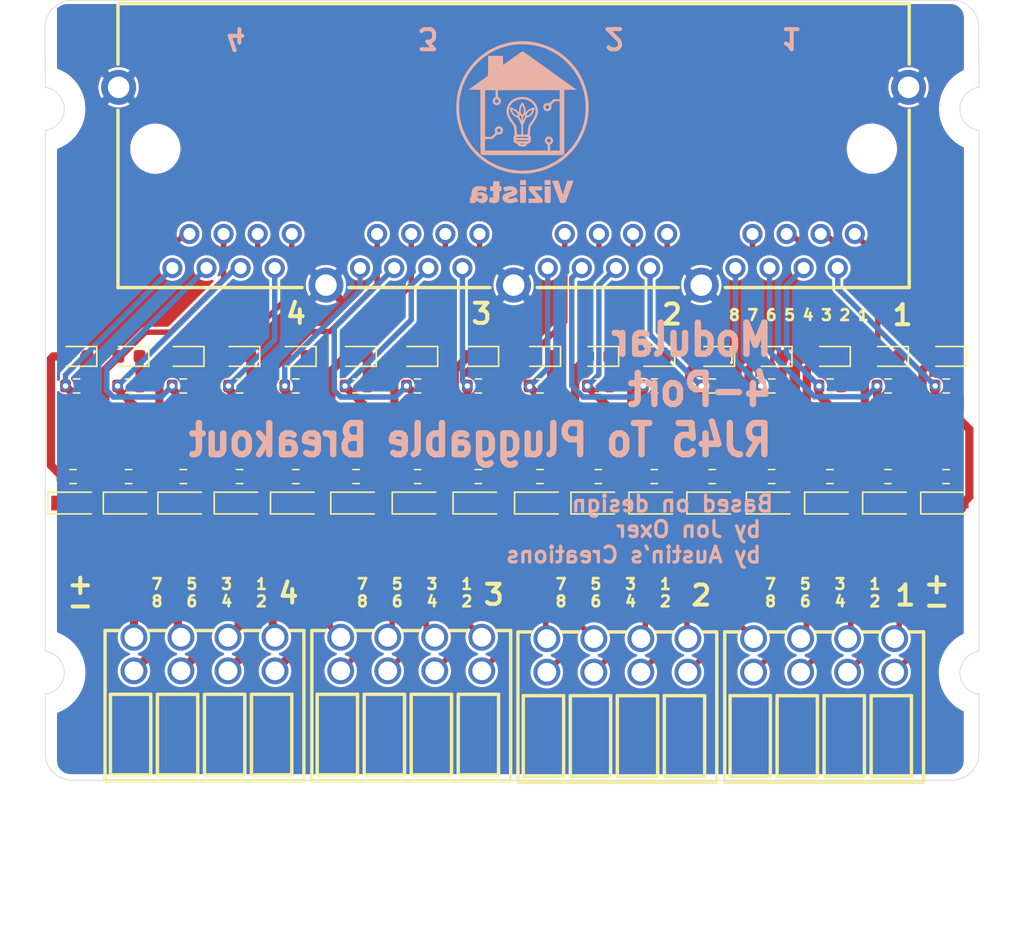
<source format=kicad_pcb>
(kicad_pcb (version 20211014) (generator pcbnew)
  (title_block (title "Modular 4-Port I2CRJ45 Relay Driver Breakout") (rev "2"))
  (layers (0 "F.Cu" signal) (31 "B.Cu" signal) (34 "B.Paste" user) (35 "F.Paste" user) (36 "B.SilkS" user "B.Silkscreen") (37 "F.SilkS" user "F.Silkscreen") (38 "B.Mask" user) (39 "F.Mask" user) (44 "Edge.Cuts" user))
  (net 0 "")
  (net 1 "IN5-")
  (net 2 "IN6-")
  (net 3 "IN7-")
  (net 4 "IN8-")
  (net 5 "IN9-")
  (net 6 "IN10-")
  (net 7 "RC2-")
  (net 8 "RC3-")
  (net 9 "RC4-")
  (net 10 "IN11-")
  (net 11 "IN12-")
  (net 12 "IN1+")
  (net 13 "IN2+")
  (net 14 "IN3+")
  (net 15 "IN4+")
  (net 16 "IN5+")
  (net 17 "IN6+")
  (net 18 "IN7+")
  (net 19 "IN8+")
  (net 20 "IN9+")
  (net 21 "IN10+")
  (net 22 "IN11+")
  (net 23 "IN12+")
  (net 24 "Net-(LED51-Pad1)")
  (net 25 "Net-(LED52-Pad1)")
  (net 26 "Net-(LED53-Pad1)")
  (net 27 "Net-(LED54-Pad1)")
  (net 28 "Net-(LED55-Pad1)")
  (net 29 "Net-(LED56-Pad1)")
  (net 30 "Net-(LED57-Pad1)")
  (net 31 "Net-(LED58-Pad1)")
  (net 32 "IN13+")
  (net 33 "IN14+")
  (net 34 "IN15+")
  (net 35 "IN16+")
  (net 36 "RC1-")
  (net 37 "IN4-")
  (net 38 "IN3-")
  (net 39 "IN2-")
  (net 40 "IN1-")
  (net 41 "RC16-")
  (net 42 "IN16-")
  (net 43 "RC15-")
  (net 44 "IN15-")
  (net 45 "RC14-")
  (net 46 "IN14-")
  (net 47 "RC13-")
  (net 48 "Net-(LED59-Pad1)")
  (net 49 "Net-(LED60-Pad1)")
  (net 50 "Net-(LED61-Pad1)")
  (net 51 "Net-(LED62-Pad1)")
  (net 52 "Net-(LED63-Pad1)")
  (net 53 "Net-(LED64-Pad1)")
  (net 54 "Net-(LED65-Pad1)")
  (net 55 "Net-(LED66-Pad1)")
  (net 56 "IN13-")
  (net 57 "RC12-")
  (net 58 "RC11-")
  (net 59 "RC10-")
  (net 60 "RC9-")
  (net 61 "RC8-")
  (net 62 "RC7-")
  (net 63 "RC6-")
  (net 64 "RC5-")
  (net 65 "GNDPWR")
  (footprint "LED_SMD:LED_0603_1608Metric" (layer "F.Cu") (at 138.049 88.519 180)
    (fp_text reference "LED56" hide)
    (fp_text value "CH6/RED" hide)
  )
  (footprint "Resistor_SMD:R_0603_1608Metric" (layer "F.Cu") (at 151.718 97.4684)
    (fp_text reference "TH59" hide)
    (fp_text value "Fuse_PTC" hide)
  )
  (footprint "VizistaHA:CONN-TH_4P-P3.50_JILN_JL15EDGRHC-35004B02" (layer "F.Cu") (at 126.746 110.6873)
    (fp_text reference "J11" hide)
    (fp_text value "Screw_Terminal_01x08" hide)
  )
  (footprint "Diode_SMD:D_MicroSMP" (layer "F.Cu") (at 142.86215 99.441)
    (fp_text reference "D57" hide)
    (fp_text value "1N4004 SMB" hide)
  )
  (footprint "VizistaHA:CONN-TH_4P-P3.50_JILN_JL15EDGRHC-35004B02" (layer "F.Cu") (at 142.1384 110.6873)
    (fp_text reference "J12" hide)
    (fp_text value "Screw_Terminal_01x08" hide)
  )
  (footprint "Diode_SMD:D_MicroSMP" (layer "F.Cu") (at 160.487 99.441)
    (fp_text reference "D61" hide)
    (fp_text value "1N4004 SMB" hide)
  )
  (footprint "LED_SMD:LED_0603_1608Metric" (layer "F.Cu") (at 181.9798 88.519 180)
    (fp_text reference "LED66" hide)
    (fp_text value "CH8/RED" hide)
  )
  (footprint "Diode_SMD:D_MicroSMP" (layer "F.Cu") (at 169.2193 99.441)
    (fp_text reference "D63" hide)
    (fp_text value "1N4004 SMB" hide)
  )
  (footprint "LED_SMD:LED_0603_1608Metric" (layer "F.Cu") (at 156.0943 88.519 180)
    (fp_text reference "LED60" hide)
    (fp_text value "CH6/RED" hide)
  )
  (footprint "Resistor_SMD:R_0603_1608Metric" (layer "F.Cu") (at 147.1385 90.7217)
    (fp_text reference "R58" hide)
    (fp_text value "10K" hide)
  )
  (footprint "Resistor_SMD:R_0603_1608Metric" (layer "F.Cu") (at 129.3585 97.4684)
    (fp_text reference "TH54" hide)
    (fp_text value "Fuse_PTC" hide)
  )
  (footprint "LED_SMD:LED_0603_1608Metric" (layer "F.Cu") (at 133.5695 88.519 180)
    (fp_text reference "LED55" hide)
    (fp_text value "CH5/RED" hide)
  )
  (footprint "Resistor_SMD:R_0603_1608Metric" (layer "F.Cu") (at 160.2345 97.4684)
    (fp_text reference "TH61" hide)
    (fp_text value "Fuse_PTC" hide)
  )
  (footprint "LED_SMD:LED_0603_1608Metric" (layer "F.Cu") (at 147.1585 88.519 180)
    (fp_text reference "LED58" hide)
    (fp_text value "CH8/RED" hide)
  )
  (footprint "Resistor_SMD:R_0603_1608Metric" (layer "F.Cu") (at 160.242 90.7217)
    (fp_text reference "R61" hide)
    (fp_text value "10K" hide)
  )
  (footprint "LED_SMD:LED_0603_1608Metric" (layer "F.Cu") (at 168.9943 88.519 180)
    (fp_text reference "LED63" hide)
    (fp_text value "CH5/RED" hide)
  )
  (footprint "LED_SMD:LED_0603_1608Metric" (layer "F.Cu") (at 177.6535 88.519 180)
    (fp_text reference "LED65" hide)
    (fp_text value "CH7/RED" hide)
  )
  (footprint "Diode_SMD:D_MicroSMP" (layer "F.Cu") (at 173.5605 99.441)
    (fp_text reference "D64" hide)
    (fp_text value "1N4004 SMB" hide)
  )
  (footprint "Resistor_SMD:R_0603_1608Metric" (layer "F.Cu") (at 156.0743 90.7217)
    (fp_text reference "R60" hide)
    (fp_text value "10K" hide)
  )
  (footprint "LED_SMD:LED_0603_1608Metric" (layer "F.Cu") (at 142.621 88.519 180)
    (fp_text reference "LED57" hide)
    (fp_text value "CH7/RED" hide)
  )
  (footprint "Diode_SMD:D_MicroSMP" (layer "F.Cu") (at 125.42 99.441)
    (fp_text reference "D53" hide)
    (fp_text value "1N4004 SMB" hide)
  )
  (footprint "Resistor_SMD:R_0603_1608Metric" (layer "F.Cu") (at 156.0668 97.4684)
    (fp_text reference "TH60" hide)
    (fp_text value "Fuse_PTC" hide)
  )
  (footprint "Resistor_SMD:R_0603_1608Metric" (layer "F.Cu") (at 125.1675 90.7217)
    (fp_text reference "R53" hide)
    (fp_text value "10K" hide)
  )
  (footprint "Resistor_SMD:R_0603_1608Metric" (layer "F.Cu") (at 138.0355 97.4684)
    (fp_text reference "TH56" hide)
    (fp_text value "Fuse_PTC" hide)
  )
  (footprint "LED_SMD:LED_0603_1608Metric" (layer "F.Cu") (at 125.222 88.519 180)
    (fp_text reference "LED53" hide)
    (fp_text value "CH3/RED" hide)
  )
  (footprint "Resistor_SMD:R_0603_1608Metric" (layer "F.Cu") (at 117.2264 90.7217)
    (fp_text reference "R51" hide)
    (fp_text value "10K" hide)
  )
  (footprint "Resistor_SMD:R_0603_1608Metric" (layer "F.Cu") (at 125.1675 97.4684)
    (fp_text reference "TH53" hide)
    (fp_text value "Fuse_PTC" hide)
  )
  (footprint "LED_SMD:LED_0603_1608Metric" (layer "F.Cu") (at 160.262 88.519 180)
    (fp_text reference "LED61" hide)
    (fp_text value "CH7/RED" hide)
  )
  (footprint "LED_SMD:LED_0603_1608Metric" (layer "F.Cu") (at 173.3355 88.519 180)
    (fp_text reference "LED64" hide)
    (fp_text value "CH6/RED" hide)
  )
  (footprint "Resistor_SMD:R_0603_1608Metric" (layer "F.Cu") (at 129.3585 90.7217)
    (fp_text reference "R54" hide)
    (fp_text value "10K" hide)
  )
  (footprint "Resistor_SMD:R_0603_1608Metric" (layer "F.Cu") (at 142.60965 97.4684)
    (fp_text reference "TH57" hide)
    (fp_text value "Fuse_PTC" hide)
  )
  (footprint "Diode_SMD:D_MicroSMP" (layer "F.Cu") (at 133.802 99.441)
    (fp_text reference "D55" hide)
    (fp_text value "1N4004 SMB" hide)
  )
  (footprint "LED_SMD:LED_0603_1608Metric" (layer "F.Cu") (at 121.1235 88.519 180)
    (fp_text reference "LED52" hide)
    (fp_text value "CH2/RED" hide)
  )
  (footprint "Resistor_SMD:R_0603_1608Metric" (layer "F.Cu") (at 177.6335 90.7217)
    (fp_text reference "R65" hide)
    (fp_text value "10K" hide)
  )
  (footprint "Resistor_SMD:R_0603_1608Metric" (layer "F.Cu") (at 181.9523 97.4684)
    (fp_text reference "TH66" hide)
    (fp_text value "Fuse_PTC" hide)
  )
  (footprint "Resistor_SMD:R_0603_1608Metric" (layer "F.Cu") (at 133.5495 97.4684)
    (fp_text reference "TH55" hide)
    (fp_text value "Fuse_PTC" hide)
  )
  (footprint "Resistor_SMD:R_0603_1608Metric" (layer "F.Cu") (at 147.1385 97.4684)
    (fp_text reference "TH58" hide)
    (fp_text value "Fuse_PTC" hide)
  )
  (footprint "Resistor_SMD:R_0603_1608Metric" (layer "F.Cu") (at 138.0355 90.7217)
    (fp_text reference "R56" hide)
    (fp_text value "10K" hide)
  )
  (footprint "LED_SMD:LED_0603_1608Metric" (layer "F.Cu") (at 151.765 88.519 180)
    (fp_text reference "LED59" hide)
    (fp_text value "CH5/RED" hide)
  )
  (footprint "LED_SMD:LED_0603_1608Metric" (layer "F.Cu") (at 117.2464 88.519 180)
    (fp_text reference "LED51" hide)
    (fp_text value "CH1/RED" hide)
  )
  (footprint "Resistor_SMD:R_0603_1608Metric" (layer "F.Cu") (at 164.545 97.4684)
    (fp_text reference "TH62" hide)
    (fp_text value "Fuse_PTC" hide)
  )
  (footprint "Resistor_SMD:R_0603_1608Metric" (layer "F.Cu") (at 168.9668 97.4684)
    (fp_text reference "TH63" hide)
    (fp_text value "Fuse_PTC" hide)
  )
  (footprint "Resistor_SMD:R_0603_1608Metric" (layer "F.Cu") (at 173.3155 90.7217)
    (fp_text reference "R64" hide)
    (fp_text value "10K" hide)
  )
  (footprint "Diode_SMD:D_MicroSMP" (layer "F.Cu") (at 147.391 99.441)
    (fp_text reference "D58" hide)
    (fp_text value "1N4004 SMB" hide)
  )
  (footprint "Resistor_SMD:R_0603_1608Metric" (layer "F.Cu") (at 164.5525 90.7217)
    (fp_text reference "R62" hide)
    (fp_text value "10K" hide)
  )
  (footprint "Diode_SMD:D_MicroSMP" (layer "F.Cu") (at 177.8785 99.441)
    (fp_text reference "D65" hide)
    (fp_text value "1N4004 SMB" hide)
  )
  (footprint "Diode_SMD:D_MicroSMP" (layer "F.Cu") (at 156.1705 99.441)
    (fp_text reference "D60" hide)
    (fp_text value "1N4004 SMB" hide)
  )
  (footprint "Diode_SMD:D_MicroSMP" (layer "F.Cu") (at 121.356 99.441)
    (fp_text reference "D52" hide)
    (fp_text value "1N4004 SMB" hide)
  )
  (footprint "Resistor_SMD:R_0603_1608Metric" (layer "F.Cu") (at 181.9598 90.7217)
    (fp_text reference "R66" hide)
    (fp_text value "10K" hide)
  )
  (footprint "Diode_SMD:D_MicroSMP" (layer "F.Cu") (at 129.611 99.441)
    (fp_text reference "D54" hide)
    (fp_text value "1N4004 SMB" hide)
  )
  (footprint "Resistor_SMD:R_0603_1608Metric" (layer "F.Cu") (at 142.60965 90.7217)
    (fp_text reference "R57" hide)
    (fp_text value "10K" hide)
  )
  (footprint "Resistor_SMD:R_0603_1608Metric" (layer "F.Cu") (at 151.7255 90.7217)
    (fp_text reference "R59" hide)
    (fp_text value "10K" hide)
  )
  (footprint "VizistaHA:CONN-TH_4P-P3.50_JILN_JL15EDGRHC-35004B02" (layer "F.Cu") (at 172.8724 110.7889)
    (fp_text reference "J14" hide)
    (fp_text value "Screw_Terminal_01x08" hide)
  )
  (footprint "VizistaHA:CONN-TH_4P-P3.50_JILN_JL15EDGRHC-35004B02" (layer "F.Cu") (at 157.48 110.7889)
    (fp_text reference "J13" hide)
    (fp_text value "Screw_Terminal_01x08" hide)
  )
  (footprint "Resistor_SMD:R_0603_1608Metric" (layer "F.Cu") (at 133.5495 90.7217)
    (fp_text reference "R55" hide)
    (fp_text value "10K" hide)
  )
  (footprint "Resistor_SMD:R_0603_1608Metric" (layer "F.Cu") (at 116.967 97.4684)
    (fp_text reference "TH51" hide)
    (fp_text value "Fuse_PTC" hide)
  )
  (footprint "Resistor_SMD:R_0603_1608Metric" (layer "F.Cu") (at 121.1035 90.7217)
    (fp_text reference "R52" hide)
    (fp_text value "10K" hide)
  )
  (footprint "Diode_SMD:D_MicroSMP" (layer "F.Cu") (at 151.9705 99.441)
    (fp_text reference "D59" hide)
    (fp_text value "1N4004 SMB" hide)
  )
  (footprint "Diode_SMD:D_MicroSMP" (layer "F.Cu") (at 138.288 99.441)
    (fp_text reference "D56" hide)
    (fp_text value "1N4004 SMB" hide)
  )
  (footprint "Resistor_SMD:R_0603_1608Metric" (layer "F.Cu") (at 168.9743 90.7217)
    (fp_text reference "R63" hide)
    (fp_text value "10K" hide)
  )
  (footprint "LED_SMD:LED_0603_1608Metric" (layer "F.Cu") (at 164.719 88.519 180)
    (fp_text reference "LED62" hide)
    (fp_text value "CH8/RED" hide)
  )
  (footprint "Vizista:CONN-TH_DS1129-02-S80BP" (layer "F.Cu") (at 149.7584 75.8444 180)
    (fp_text reference "RJ45-1" hide)
    (fp_text value "R-RJ45R04P-4000" hide)
  )
  (footprint "LED_SMD:LED_0603_1608Metric" (layer "F.Cu") (at 129.3785 88.519 180)
    (fp_text reference "LED54" hide)
    (fp_text value "CH4/RED" hide)
  )
  (footprint "Resistor_SMD:R_0603_1608Metric" (layer "F.Cu") (at 177.626 97.4684)
    (fp_text reference "TH65" hide)
    (fp_text value "Fuse_PTC" hide)
  )
  (footprint "Diode_SMD:D_MicroSMP" (layer "F.Cu") (at 117.2195 99.441)
    (fp_text reference "D51" hide)
    (fp_text value "1N4004 SMB" hide)
  )
  (footprint "Resistor_SMD:R_0603_1608Metric" (layer "F.Cu") (at 121.1035 97.4684)
    (fp_text reference "TH52" hide)
    (fp_text value "Fuse_PTC" hide)
  )
  (footprint "Resistor_SMD:R_0603_1608Metric" (layer "F.Cu") (at 173.308 97.4684)
    (fp_text reference "TH64" hide)
    (fp_text value "Fuse_PTC" hide)
  )
  (footprint "Diode_SMD:D_MicroSMP" (layer "F.Cu") (at 182.2048 99.441)
    (fp_text reference "D66" hide)
    (fp_text value "1N4004 SMB" hide)
  )
  (footprint "Diode_SMD:D_MicroSMP" (layer "F.Cu") (at 164.7975 99.441)
    (fp_text reference "D62" hide)
    (fp_text value "1N4004 SMB" hide)
  )
  (footprint "Vizista_Logo:Vizista-Logo-Text-10mm" (layer "B.Cu") (at 150.4188 71.0692 180)
    (fp_text reference "G***" hide)
    (fp_text value "LOGO" hide)
  )
  (gr_line (start 184.396 71.682) (end 184.396 110.482) (layer "Edge.Cuts") (width 0.05))
  (gr_line (start 184.396 113.682) (end 184.396 118.082) (layer "Edge.Cuts") (width 0.05))
  (gr_line (start 182.396 120.082) (end 116.896 120.082) (layer "Edge.Cuts") (width 0.05))
  (gr_arc (start 184.396 118.082) (mid 183.810214 119.496214) (end 182.396 120.082) (layer "Edge.Cuts") (width 0.05))
  (gr_arc (start 184.396 71.682) (mid 182.984161 70.082) (end 184.396 68.482) (layer "Edge.Cuts") (width 0.05))
  (gr_arc (start 182.380186 61.999814) (mid 183.7944 62.5856) (end 184.380186 63.999814) (layer "Edge.Cuts") (width 0.05))
  (gr_line (start 114.896 118.082) (end 114.896 113.682) (layer "Edge.Cuts") (width 0.05))
  (gr_arc (start 114.896 110.482) (mid 116.307839 112.082) (end 114.896 113.682) (layer "Edge.Cuts") (width 0.05))
  (gr_arc (start 114.880186 63.999814) (mid 115.465972 62.5856) (end 116.880186 61.999814) (layer "Edge.Cuts") (width 0.05))
  (gr_line (start 114.880186 63.999814) (end 114.896 68.482) (layer "Edge.Cuts") (width 0.05))
  (gr_arc (start 184.396 113.682) (mid 182.984161 112.082) (end 184.396 110.482) (layer "Edge.Cuts") (width 0.05))
  (gr_line (start 184.396 68.482) (end 184.380186 63.999814) (layer "Edge.Cuts") (width 0.05))
  (gr_line (start 116.880186 61.999814) (end 182.380186 61.999814) (layer "Edge.Cuts") (width 0.05))
  (gr_arc (start 114.896 68.482) (mid 116.307839 70.082) (end 114.896 71.682) (layer "Edge.Cuts") (width 0.05))
  (gr_arc (start 116.896 120.082) (mid 115.481786 119.496214) (end 114.896 118.082) (layer "Edge.Cuts") (width 0.05))
  (gr_line (start 114.896 71.682) (end 114.896 110.482) (layer "Edge.Cuts") (width 0.05))
  (gr_text "3" (at 143.4084 64.8208 -180) (layer "B.SilkS") (effects (font (size 1.5 1.5) (thickness 0.3)) (justify mirror)))
  (gr_text "Modular\n4-Port\nRJ45 To Pluggable Breakout" (at 169.2148 96.1136) (layer "B.SilkS") (effects (font (size 2.324 2) (thickness 0.476)) (justify left bottom mirror)))
  (gr_text "1" (at 170.4594 64.8208 -180) (layer "B.SilkS") (effects (font (size 1.5 1.5) (thickness 0.3)) (justify mirror)))
  (gr_text "4" (at 129.0574 64.8208 -180) (layer "B.SilkS") (effects (font (size 1.5 1.5) (thickness 0.3)) (justify mirror)))
  (gr_text "2" (at 157.2514 64.8208 -180) (layer "B.SilkS") (effects (font (size 1.5 1.5) (thickness 0.3)) (justify mirror)))
  (gr_text "Based on design \n by Jon Oxer\n by Austin's Creations\n" (at 169.2148 103.9876) (layer "B.SilkS") (effects (font (size 1.180592 1.180592) (thickness 0.241808)) (justify left bottom mirror)))
  (gr_text "3" (at 148.2852 106.2736) (layer "F.SilkS") (effects (font (size 1.5 1.5) (thickness 0.3))))
  (gr_text "4" (at 133.5532 85.344) (layer "F.SilkS") (effects (font (size 1.5 1.5) (thickness 0.3))))
  (gr_text "8 7 6 5 4 3 2 1" (at 170.9928 85.4456) (layer "F.SilkS") (effects (font (size 0.8 0.8) (thickness 0.2))))
  (gr_text "2" (at 161.544 85.3948) (layer "F.SilkS") (effects (font (size 1.5 1.5) (thickness 0.3))))
  (gr_text "+" (at 117.5004 105.4608) (layer "F.SilkS") (effects (font (size 1.5 1.5) (thickness 0.3))))
  (gr_text "7   5   3   1\n8   6   4   2" (at 142.3924 106.1212) (layer "F.SilkS") (effects (font (size 0.8 0.8) (thickness 0.2))))
  (gr_text "7   5   3   1\n8   6   4   2" (at 172.7708 106.1212) (layer "F.SilkS") (effects (font (size 0.8 0.8) (thickness 0.2))))
  (gr_text "-" (at 117.5004 107.0356) (layer "F.SilkS") (effects (font (size 1.5 1.5) (thickness 0.3))))
  (gr_text "7   5   3   1\n8   6   4   2" (at 127.1016 106.1212) (layer "F.SilkS") (effects (font (size 0.8 0.8) (thickness 0.2))))
  (gr_text "+" (at 181.2544 105.41) (layer "F.SilkS") (effects (font (size 1.5 1.5) (thickness 0.3))))
  (gr_text "1" (at 178.9176 106.3244) (layer "F.SilkS") (effects (font (size 1.5 1.5) (thickness 0.3))))
  (gr_text "-" (at 181.2544 106.9848) (layer "F.SilkS") (effects (font (size 1.5 1.5) (thickness 0.3))))
  (gr_text "1" (at 178.7144 85.4456) (layer "F.SilkS") (effects (font (size 1.5 1.5) (thickness 0.3))))
  (gr_text "7   5   3   1\n8   6   4   2" (at 157.1752 106.1212) (layer "F.SilkS") (effects (font (size 0.8 0.8) (thickness 0.2))))
  (gr_text "3" (at 147.3708 85.344) (layer "F.SilkS") (effects (font (size 1.5 1.5) (thickness 0.3))))
  (gr_text "4" (at 132.9944 106.172) (layer "F.SilkS") (effects (font (size 1.5 1.5) (thickness 0.3))))
  (gr_text "2" (at 163.7284 106.3244) (layer "F.SilkS") (effects (font (size 1.5 1.5) (thickness 0.3))))
  (segment (start 163.7275 91.402) (end 166.2748 93.9493) (width 0.6096) (layer "F.Cu") (net 1))
  (segment (start 165.8175 99.441) (end 166.2748 98.9837) (width 0.6096) (layer "F.Cu") (net 1))
  (segment (start 164.5356 110.2333) (end 162.73 112.0389) (width 0.4064) (layer "F.Cu") (net 1))
  (segment (start 163.7275 90.7217) (end 163.7275 91.402) (width 0.6096) (layer "F.Cu") (net 1))
  (segment (start 165.8175 99.8974) (end 164.5356 101.1793) (width 0.4064) (layer "F.Cu") (net 1))
  (segment (start 164.5356 101.1793) (end 164.5356 110.2333) (width 0.4064) (layer "F.Cu") (net 1))
  (segment (start 165.8175 99.441) (end 165.8175 99.8974) (width 0.4064) (layer "F.Cu") (net 1))
  (segment (start 166.2748 98.9837) (end 166.2748 93.9493) (width 0.6096) (layer "F.Cu") (net 1))
  (via (at 163.7275 90.7217) (size 0.8) (drill 0.4) (layers "F.Cu" "B.Cu") (net 1))
  (segment (start 159.9184 81.9394) (end 159.9184 86.9126) (width 0.4064) (layer "B.Cu") (net 1))
  (segment (start 159.9184 86.9126) (end 163.7275 90.7217) (width 0.4064) (layer "B.Cu") (net 1))
  (segment (start 161.507 100.2474) (end 160.88461 100.86979) (width 0.4064) (layer "F.Cu") (net 2))
  (segment (start 161.9758 98.9722) (end 161.9758 93.9608) (width 0.6096) (layer "F.Cu") (net 2))
  (segment (start 159.417 90.7217) (end 159.417 91.402) (width 0.6096) (layer "F.Cu") (net 2))
  (segment (start 161.507 99.441) (end 161.507 100.2474) (width 0.4064) (layer "F.Cu") (net 2))
  (segment (start 159.417 91.402) (end 161.9758 93.9608) (width 0.6096) (layer "F.Cu") (net 2))
  (segment (start 161.507 99.441) (end 161.9758 98.9722) (width 0.6096) (layer "F.Cu") (net 2))
  (segment (start 160.88461 110.38429) (end 159.23 112.0389) (width 0.4064) (layer "F.Cu") (net 2))
  (segment (start 160.88461 100.86979) (end 160.88461 110.38429) (width 0.4064) (layer "F.Cu") (net 2))
  (via (at 159.417 90.7217) (size 0.8) (drill 0.4) (layers "F.Cu" "B.Cu") (net 2))
  (segment (start 158.5971 91.5416) (end 159.417 90.7217) (width 0.4064) (layer "B.Cu") (net 2))
  (segment (start 154.8384 81.9394) (end 154.0884 82.6894) (width 0.4064) (layer "B.Cu") (net 2))
  (segment (start 154.933303 91.5416) (end 158.5971 91.5416) (width 0.4064) (layer "B.Cu") (net 2))
  (segment (start 154.0884 90.696697) (end 154.933303 91.5416) (width 0.4064) (layer "B.Cu") (net 2))
  (segment (start 154.0884 82.6894) (end 154.0884 90.696697) (width 0.4064) (layer "B.Cu") (net 2))
  (segment (start 157.1905 99.441) (end 157.1905 100.2474) (width 0.4064) (layer "F.Cu") (net 3))
  (segment (start 157.1905 99.441) (end 157.7966 98.8349) (width 0.6096) (layer "F.Cu") (net 3))
  (segment (start 157.1905 100.2474) (end 157.3784 100.4353) (width 0.4064) (layer "F.Cu") (net 3))
  (segment (start 157.7966 94.9316) (end 157.0168 94.1518) (width 0.6096) (layer "F.Cu") (net 3))
  (segment (start 157.0168 94.1518) (end 157.0168 92.5008) (width 0.6096) (layer "F.Cu") (net 3))
  (segment (start 155.2493 90.7333) (end 157.0168 92.5008) (width 0.6096) (layer "F.Cu") (net 3))
  (segment (start 157.3784 110.3905) (end 155.73 112.0389) (width 0.4064) (layer "F.Cu") (net 3))
  (segment (start 155.2493 90.7217) (end 155.2493 90.7333) (width 0.6096) (layer "F.Cu") (net 3))
  (segment (start 157.3784 100.4353) (end 157.3784 110.3905) (width 0.4064) (layer "F.Cu") (net 3))
  (segment (start 157.7966 98.8349) (end 157.7966 94.9316) (width 0.6096) (layer "F.Cu") (net 3))
  (via (at 155.2493 90.7217) (size 0.8) (drill 0.4) (layers "F.Cu" "B.Cu") (net 3))
  (segment (start 157.3784 81.9394) (end 156.1084 83.2094) (width 0.4064) (layer "B.Cu") (net 3))
  (segment (start 156.1084 83.2094) (end 156.1084 89.8626) (width 0.4064) (layer "B.Cu") (net 3))
  (segment (start 156.1084 89.8626) (end 155.2493 90.7217) (width 0.4064) (layer "B.Cu") (net 3))
  (segment (start 152.668 92.4892) (end 150.9426 90.7638) (width 0.6096) (layer "F.Cu") (net 4))
  (segment (start 150.9426 90.7638) (end 150.9005 90.7217) (width 0.6096) (layer "F.Cu") (net 4))
  (segment (start 152.668 93.867) (end 152.668 92.4892) (width 0.6096) (layer "F.Cu") (net 4))
  (segment (start 153.797 94.996) (end 153.797 98.6345) (width 0.6096) (layer "F.Cu") (net 4))
  (segment (start 153.797 98.6345) (end 152.9905 99.441) (width 0.6096) (layer "F.Cu") (net 4))
  (segment (start 152.668 93.867) (end 153.797 94.996) (width 0.6096) (layer "F.Cu") (net 4))
  (segment (start 153.924 100.3745) (end 153.924 110.3449) (width 0.4064) (layer "F.Cu") (net 4))
  (segment (start 153.924 110.3449) (end 152.23 112.0389) (width 0.4064) (layer "F.Cu") (net 4))
  (segment (start 152.9905 99.441) (end 153.924 100.3745) (width 0.4064) (layer "F.Cu") (net 4))
  (via (at 150.9426 90.7638) (size 0.8) (drill 0.4) (layers "F.Cu" "B.Cu") (net 4))
  (segment (start 152.2984 81.9394) (end 152.2984 89.408) (width 0.4064) (layer "B.Cu") (net 4))
  (segment (start 152.2984 89.408) (end 150.9426 90.7638) (width 0.4064) (layer "B.Cu") (net 4))
  (segment (start 146.3135 91.3945) (end 148.8683 93.9493) (width 0.6096) (layer "F.Cu") (net 5))
  (segment (start 146.3135 90.7217) (end 146.3135 91.3945) (width 0.6096) (layer "F.Cu") (net 5))
  (segment (start 149.0472 110.2785) (end 147.3884 111.9373) (width 0.4064) (layer "F.Cu") (net 5))
  (segment (start 148.411 99.441) (end 148.8683 98.9837) (width 0.6096) (layer "F.Cu") (net 5))
  (segment (start 148.411 99.441) (end 148.411 100.89) (width 0.4064) (layer "F.Cu") (net 5))
  (segment (start 148.8683 98.9837) (end 148.8683 93.9493) (width 0.6096) (layer "F.Cu") (net 5))
  (segment (start 148.411 100.89) (end 149.0472 101.5262) (width 0.4064) (layer "F.Cu") (net 5))
  (segment (start 149.0472 101.5262) (end 149.0472 110.2785) (width 0.4064) (layer "F.Cu") (net 5))
  (via (at 146.3135 90.7217) (size 0.8) (drill 0.4) (layers "F.Cu" "B.Cu") (net 5))
  (segment (start 145.9484 90.3566) (end 146.3135 90.7217) (width 0.4064) (layer "B.Cu") (net 5))
  (segment (start 145.9484 81.9394) (end 145.9484 90.3566) (width 0.4064) (layer "B.Cu") (net 5))
  (segment (start 145.1896 100.74845) (end 145.1896 108.1564) (width 0.4064) (layer "F.Cu") (net 6))
  (segment (start 145.1896 108.1564) (end 145.2916 108.2584) (width 0.4064) (layer "F.Cu") (net 6))
  (segment (start 145.2916 110.5341) (end 143.8884 111.9373) (width 0.4064) (layer "F.Cu") (net 6))
  (segment (start 143.55965 93.1695) (end 144.33945 93.9493) (width 0.6096) (layer "F.Cu") (net 6))
  (segment (start 143.88215 99.441) (end 145.1896 100.74845) (width 0.4064) (layer "F.Cu") (net 6))
  (segment (start 145.2916 108.2584) (end 145.2916 110.5341) (width 0.4064) (layer "F.Cu") (net 6))
  (segment (start 143.55965 92.4967) (end 141.78465 90.7217) (width 0.6096) (layer "F.Cu") (net 6))
  (segment (start 143.55965 93.1695) (end 143.55965 92.4967) (width 0.6096) (layer "F.Cu") (net 6))
  (segment (start 144.33945 93.9493) (end 144.33945 98.9837) (width 0.6096) (layer "F.Cu") (net 6))
  (segment (start 144.33945 98.9837) (end 143.88215 99.441) (width 0.6096) (layer "F.Cu") (net 6))
  (via (at 141.78465 90.7217) (size 0.8) (drill 0.4) (layers "F.Cu" "B.Cu") (net 6))
  (segment (start 136.4073 86.4005) (end 136.4073 91.054397) (width 0.4064) (layer "B.Cu") (net 6))
  (segment (start 136.4073 91.054397) (end 136.894503 91.5416) (width 0.4064) (layer "B.Cu") (net 6))
  (segment (start 136.894503 91.5416) (end 140.96475 91.5416) (width 0.4064) (layer "B.Cu") (net 6))
  (segment (start 140.8684 81.9394) (end 136.4073 86.4005) (width 0.4064) (layer "B.Cu") (net 6))
  (segment (start 140.96475 91.5416) (end 141.78465 90.7217) (width 0.4064) (layer "B.Cu") (net 6))
  (segment (start 178.451 97.4684) (end 178.451 97.9885) (width 0.6096) (layer "F.Cu") (net 7))
  (segment (start 178.451 97.9885) (end 176.9985 99.441) (width 0.6096) (layer "F.Cu") (net 7))
  (segment (start 176.9985 99.441) (end 176.9985 100.3187) (width 0.4064) (layer "F.Cu") (net 7))
  (segment (start 174.8536 102.4636) (end 174.8536 109.3077) (width 0.4064) (layer "F.Cu") (net 7))
  (segment (start 174.8536 109.3077) (end 174.6224 109.5389) (width 0.4064) (layer "F.Cu") (net 7))
  (segment (start 176.9985 100.3187) (end 174.8536 102.4636) (width 0.4064) (layer "F.Cu") (net 7))
  (segment (start 174.133 97.9885) (end 172.6805 99.441) (width 0.6096) (layer "F.Cu") (net 8))
  (segment (start 174.133 97.4684) (end 174.133 97.9885) (width 0.6096) (layer "F.Cu") (net 8))
  (segment (start 171.5516 100.5699) (end 171.5516 109.1097) (width 0.4064) (layer "F.Cu") (net 8))
  (segment (start 172.6805 99.441) (end 171.5516 100.5699) (width 0.4064) (layer "F.Cu") (net 8))
  (segment (start 171.5516 109.1097) (end 171.1224 109.5389) (width 0.4064) (layer "F.Cu") (net 8))
  (segment (start 169.7918 97.9885) (end 168.3393 99.441) (width 0.6096) (layer "F.Cu") (net 9))
  (segment (start 168.3393 99.441) (end 166.116 101.6643) (width 0.4064) (layer "F.Cu") (net 9))
  (segment (start 166.116 108.0325) (end 167.6224 109.5389) (width 0.4064) (layer "F.Cu") (net 9))
  (segment (start 166.116 101.6643) (end 166.116 108.0325) (width 0.4064) (layer "F.Cu") (net 9))
  (segment (start 169.7918 97.4684) (end 169.7918 97.9885) (width 0.6096) (layer "F.Cu") (net 9))
  (segment (start 137.2105 90.7217) (end 137.2105 90.7285) (width 0.6096) (layer "F.Cu") (net 10))
  (segment (start 139.7653 98.9837) (end 139.308 99.441) (width 0.6096) (layer "F.Cu") (net 10))
  (segment (start 141.7916 110.5341) (end 140.3884 111.9373) (width 0.4064) (layer "F.Cu") (net 10))
  (segment (start 138.9855 92.5035) (end 138.9855 93.1695) (width 0.6096) (layer "F.Cu") (net 10))
  (segment (start 137.2105 90.7285) (end 138.9855 92.5035) (width 0.6096) (layer "F.Cu") (net 10))
  (segment (start 139.7653 93.9493) (end 139.7653 98.9837) (width 0.6096) (layer "F.Cu") (net 10))
  (segment (start 141.7916 101.9246) (end 141.7916 110.5341) (width 0.4064) (layer "F.Cu") (net 10))
  (segment (start 138.9855 93.1695) (end 139.7653 93.9493) (width 0.6096) (layer "F.Cu") (net 10))
  (segment (start 139.308 99.441) (end 141.7916 101.9246) (width 0.4064) (layer "F.Cu") (net 10))
  (via (at 137.2105 90.7217) (size 0.8) (drill 0.4) (layers "F.Cu" "B.Cu") (net 10))
  (segment (start 143.4084 81.9394) (end 142.1384 83.2094) (width 0.4064) (layer "B.Cu") (net 10))
  (segment (start 142.1384 83.2094) (end 142.1384 85.7938) (width 0.4064) (layer "B.Cu") (net 10))
  (segment (start 142.1384 85.7938) (end 137.2105 90.7217) (width 0.4064) (layer "B.Cu") (net 10))
  (segment (start 135.382 94.179) (end 135.382 98.881) (width 0.6096) (layer "F.Cu") (net 11))
  (segment (start 135.382 98.881) (end 134.822 99.441) (width 0.6096) (layer "F.Cu") (net 11))
  (segment (start 134.3725 92.7165) (end 134.3725 93.1695) (width 0.6096) (layer "F.Cu") (net 11))
  (segment (start 132.7245 91.0685) (end 134.3725 92.7165) (width 0.6096) (layer "F.Cu") (net 11))
  (segment (start 134.3725 93.1695) (end 135.382 94.179) (width 0.6096) (layer "F.Cu") (net 11))
  (segment (start 138.2916 102.9106) (end 138.2916 110.5341) (width 0.4064) (layer "F.Cu") (net 11))
  (segment (start 132.7245 90.7217) (end 132.7245 91.0685) (width 0.6096) (layer "F.Cu") (net 11))
  (segment (start 134.822 99.441) (end 138.2916 102.9106) (width 0.4064) (layer "F.Cu") (net 11))
  (segment (start 138.2916 110.5341) (end 136.8884 111.9373) (width 0.4064) (layer "F.Cu") (net 11))
  (via (at 132.7245 90.7217) (size 0.8) (drill 0.4) (layers "F.Cu" "B.Cu") (net 11))
  (segment (start 138.3284 83.62182) (end 132.7245 89.22572) (width 0.4064) (layer "B.Cu") (net 11))
  (segment (start 138.3284 81.9394) (end 138.3284 83.62182) (width 0.4064) (layer "B.Cu") (net 11))
  (segment (start 132.7245 89.22572) (end 132.7245 90.7217) (width 0.4064) (layer "B.Cu") (net 11))
  (segment (start 181.1923 88.519) (end 181.1923 85.4333) (width 0.4064) (layer "F.Cu") (net 12))
  (segment (start 181.1923 88.519) (end 180.1927 89.5186) (width 0.6096) (layer "F.Cu") (net 12))
  (segment (start 180.1927 96.5338) (end 181.1273 97.4684) (width 0.6096) (layer "F.Cu") (net 12))
  (segment (start 180.1927 89.5186) (end 180.1927 96.5338) (width 0.6096) (layer "F.Cu") (net 12))
  (segment (start 181.1923 85.4333) (end 175.1584 79.3994) (width 0.4064) (layer "F.Cu") (net 12))
  (segment (start 172.979272 79.3994) (end 172.6184 79.3994) (width 0.4064) (layer "F.Cu") (net 13))
  (segment (start 175.9037 89.4813) (end 175.9037 96.5711) (width 0.6096) (layer "F.Cu") (net 13))
  (segment (start 176.866 88.519) (end 176.866 83.286128) (width 0.4064) (layer "F.Cu") (net 13))
  (segment (start 175.9037 96.5711) (end 176.801 97.4684) (width 0.6096) (layer "F.Cu") (net 13))
  (segment (start 176.866 88.519) (end 175.9037 89.4813) (width 0.6096) (layer "F.Cu") (net 13))
  (segment (start 176.866 83.286128) (end 172.979272 79.3994) (width 0.4064) (layer "F.Cu") (net 13))
  (segment (start 172.548 81.508128) (end 170.439272 79.3994) (width 0.4064) (layer "F.Cu") (net 14))
  (segment (start 172.548 88.519) (end 171.5857 89.4813) (width 0.6096) (layer "F.Cu") (net 14))
  (segment (start 171.5857 96.5711) (end 172.483 97.4684) (width 0.6096) (layer "F.Cu") (net 14))
  (segment (start 172.548 88.519) (end 172.548 81.508128) (width 0.4064) (layer "F.Cu") (net 14))
  (segment (start 171.5857 89.4813) (end 171.5857 96.5711) (width 0.6096) (layer "F.Cu") (net 14))
  (segment (start 170.439272 79.3994) (end 170.0784 79.3994) (width 0.4064) (layer "F.Cu") (net 14))
  (segment (start 167.2445 89.4813) (end 167.2445 96.5711) (width 0.6096) (layer "F.Cu") (net 15))
  (segment (start 168.2068 88.519) (end 167.5384 87.8506) (width 0.4064) (layer "F.Cu") (net 15))
  (segment (start 167.5384 87.8506) (end 167.5384 79.3994) (width 0.4064) (layer "F.Cu") (net 15))
  (segment (start 168.2068 88.519) (end 167.2445 89.4813) (width 0.6096) (layer "F.Cu") (net 15))
  (segment (start 167.2445 96.5711) (end 168.1418 97.4684) (width 0.6096) (layer "F.Cu") (net 15))
  (segment (start 161.1884 85.7759) (end 161.1884 79.3994) (width 0.4064) (layer "F.Cu") (net 16))
  (segment (start 162.8227 96.5711) (end 163.72 97.4684) (width 0.6096) (layer "F.Cu") (net 16))
  (segment (start 163.9315 88.519) (end 161.1884 85.7759) (width 0.4064) (layer "F.Cu") (net 16))
  (segment (start 163.9315 88.519) (end 162.8227 89.6278) (width 0.6096) (layer "F.Cu") (net 16))
  (segment (start 162.8227 89.6278) (end 162.8227 96.5711) (width 0.6096) (layer "F.Cu") (net 16))
  (segment (start 159.4095 94.8427) (end 159.4095 97.4684) (width 0.6096) (layer "F.Cu") (net 17))
  (segment (start 159.4745 88.519) (end 158.6484 87.6929) (width 0.4064) (layer "F.Cu") (net 17))
  (segment (start 158.6484 87.6929) (end 158.6484 79.3994) (width 0.4064) (layer "F.Cu") (net 17))
  (segment (start 158.5122 89.4813) (end 158.5122 93.9454) (width 0.6096) (layer "F.Cu") (net 17))
  (segment (start 158.5122 93.9454) (end 159.4095 94.8427) (width 0.6096) (layer "F.Cu") (net 17))
  (segment (start 159.4745 88.519) (end 158.5122 89.4813) (width 0.6096) (layer "F.Cu") (net 17))
  (segment (start 154.3304 93.726) (end 155.2418 94.6374) (width 0.6096) (layer "F.Cu") (net 18))
  (segment (start 155.2418 94.6374) (end 155.2418 97.4684) (width 0.6096) (layer "F.Cu") (net 18))
  (segment (start 155.316072 83.0926) (end 156.1084 82.300272) (width 0.4064) (layer "F.Cu") (net 18))
  (segment (start 155.3068 88.519) (end 154.3304 89.4954) (width 0.6096) (layer "F.Cu") (net 18))
  (segment (start 154.3304 89.4954) (end 154.3304 93.726) (width 0.6096) (layer "F.Cu") (net 18))
  (segment (start 155.3068 83.0926) (end 155.316072 83.0926) (width 0.4064) (layer "F.Cu") (net 18))
  (segment (start 156.1084 82.300272) (end 156.1084 79.3994) (width 0.4064) (layer "F.Cu") (net 18))
  (segment (start 155.3068 88.519) (end 155.3068 83.0926) (width 0.4064) (layer "F.Cu") (net 18))
  (segment (start 149.9616 96.537) (end 150.893 97.4684) (width 0.6096) (layer "F.Cu") (net 19))
  (segment (start 149.9616 89.5349) (end 149.9616 96.537) (width 0.6096) (layer "F.Cu") (net 19))
  (segment (start 153.5684 85.9281) (end 153.5684 79.3994) (width 0.4064) (layer "F.Cu") (net 19))
  (segment (start 150.9775 88.519) (end 149.9616 89.5349) (width 0.6096) (layer "F.Cu") (net 19))
  (segment (start 150.9775 88.519) (end 153.5684 85.9281) (width 0.4064) (layer "F.Cu") (net 19))
  (segment (start 146.304 97.4589) (end 146.3135 97.4684) (width 0.6096) (layer "F.Cu") (net 20))
  (segment (start 146.304 94.948527) (end 146.304 97.4589) (width 0.6096) (layer "F.Cu") (net 20))
  (segment (start 146.371 88.519) (end 147.2184 87.6716) (width 0.4064) (layer "F.Cu") (net 20))
  (segment (start 145.3789 94.023427) (end 146.304 94.948527) (width 0.6096) (layer "F.Cu") (net 20))
  (segment (start 147.2184 87.6716) (end 147.2184 79.3994) (width 0.4064) (layer "F.Cu") (net 20))
  (segment (start 146.371 88.519) (end 145.3789 89.5111) (width 0.6096) (layer "F.Cu") (net 20))
  (segment (start 145.3789 89.5111) (end 145.3789 94.023427) (width 0.6096) (layer "F.Cu") (net 20))
  (segment (start 141.8335 88.519) (end 144.6784 85.6741) (width 0.4064) (layer "F.Cu") (net 21))
  (segment (start 140.87985 89.47265) (end 140.87985 96.5636) (width 0.6096) (layer "F.Cu") (net 21))
  (segment (start 144.6784 85.6741) (end 144.6784 79.3994) (width 0.4064) (layer "F.Cu") (net 21))
  (segment (start 140.87985 96.5636) (end 141.78465 97.4684) (width 0.6096) (layer "F.Cu") (net 21))
  (segment (start 141.8335 88.519) (end 140.87985 89.47265) (width 0.6096) (layer "F.Cu") (net 21))
  (segment (start 136.1948 89.5857) (end 136.1948 96.4527) (width 0.6096) (layer "F.Cu") (net 22))
  (segment (start 142.1384 83.2094) (end 142.1384 79.3994) (width 0.4064) (layer "F.Cu") (net 22))
  (segment (start 137.2615 88.519) (end 136.1948 89.5857) (width 0.6096) (layer "F.Cu") (net 22))
  (segment (start 136.1948 96.4527) (end 137.2105 97.4684) (width 0.6096) (layer "F.Cu") (net 22))
  (segment (start 137.2615 88.0863) (end 142.1384 83.2094) (width 0.4064) (layer "F.Cu") (net 22))
  (segment (start 137.2615 88.519) (end 137.2615 88.0863) (width 0.4064) (layer "F.Cu") (net 22))
  (segment (start 134.6362 86.6648) (end 136.0932 86.6648) (width 0.4064) (layer "F.Cu") (net 23))
  (segment (start 136.0932 86.6648) (end 139.5984 83.1596) (width 0.4064) (layer "F.Cu") (net 23))
  (segment (start 139.5984 83.1596) (end 139.5984 79.3994) (width 0.4064) (layer "F.Cu") (net 23))
  (segment (start 132.7245 94.6245) (end 132.7245 97.4684) (width 0.6096) (layer "F.Cu") (net 23))
  (segment (start 132.782 88.519) (end 134.6362 86.6648) (width 0.4064) (layer "F.Cu") (net 23))
  (segment (start 132.782 88.519) (end 131.8197 89.4813) (width 0.6096) (layer "F.Cu") (net 23))
  (segment (start 131.8197 93.7197) (end 132.7245 94.6245) (width 0.6096) (layer "F.Cu") (net 23))
  (segment (start 131.8197 89.4813) (end 131.8197 93.7197) (width 0.6096) (layer "F.Cu") (net 23))
  (segment (start 117.7745 88.519) (end 117.7745 90.5287) (width 0.6096) (layer "F.Cu") (net 24))
  (segment (start 117.7745 90.5287) (end 117.792 90.5462) (width 0.6096) (layer "F.Cu") (net 24))
  (segment (start 121.911 90.5772) (end 121.9285 90.5947) (width 0.6096) (layer "F.Cu") (net 25))
  (segment (start 121.911 88.519) (end 121.911 90.5772) (width 0.6096) (layer "F.Cu") (net 25))
  (segment (start 126.0095 88.519) (end 125.9925 88.536) (width 0.6096) (layer "F.Cu") (net 26))
  (segment (start 125.9925 88.536) (end 125.9925 90.5947) (width 0.6096) (layer "F.Cu") (net 26))
  (segment (start 130.166 90.5772) (end 130.1835 90.5947) (width 0.6096) (layer "F.Cu") (net 27))
  (segment (start 130.166 88.519) (end 130.166 90.5772) (width 0.6096) (layer "F.Cu") (net 27))
  (segment (start 134.357 90.7042) (end 134.3745 90.7217) (width 0.6096) (layer "F.Cu") (net 28))
  (segment (start 134.357 88.519) (end 134.357 90.7042) (width 0.6096) (layer "F.Cu") (net 28))
  (segment (start 138.8365 88.519) (end 138.8365 90.6977) (width 0.6096) (layer "F.Cu") (net 29))
  (segment (start 138.8365 90.6977) (end 138.8605 90.7217) (width 0.6096) (layer "F.Cu") (net 29))
  (segment (start 143.4085 88.519) (end 143.4085 90.7387) (width 0.6096) (layer "F.Cu") (net 30))
  (segment (start 147.946 90.7042) (end 147.9635 90.7217) (width 0.6096) (layer "F.Cu") (net 31))
  (segment (start 147.946 88.519) (end 147.946 90.7042) (width 0.6096) (layer "F.Cu") (net 31))
  (segment (start 128.591 88.519) (end 128.591 88.4774) (width 0.4064) (layer "F.Cu") (net 32))
  (segment (start 133.2484 83.82) (end 133.2484 79.3994) (width 0.4064) (layer "F.Cu") (net 32))
  (segment (start 128.591 88.4774) (end 133.2484 83.82) (width 0.4064) (layer "F.Cu") (net 32))
  (segment (start 127.6287 89.4813) (end 127.6287 94.053228) (width 0.6096) (layer "F.Cu") (net 32))
  (segment (start 128.5335 94.958028) (end 128.5335 97.4684) (width 0.6096) (layer "F.Cu") (net 32))
  (segment (start 127.6287 94.053228) (end 128.5335 94.958028) (width 0.6096) (layer "F.Cu") (net 32))
  (segment (start 128.591 88.519) (end 127.6287 89.4813) (width 0.6096) (layer "F.Cu") (net 32))
  (segment (start 124.4345 88.519) (end 124.489672 88.519) (width 0.4064) (layer "F.Cu") (net 33))
  (segment (start 124.489672 88.519) (end 130.7084 82.300272) (width 0.4064) (layer "F.Cu") (net 33))
  (segment (start 124.4345 88.519) (end 123.3932 89.5603) (width 0.6096) (layer "F.Cu") (net 33))
  (segment (start 130.7084 82.300272) (end 130.7084 79.3994) (width 0.4064) (layer "F.Cu") (net 33))
  (segment (start 123.3932 94.742) (end 124.3584 95.7072) (width 0.6096) (layer "F.Cu") (net 33))
  (segment (start 124.3584 97.4525) (end 124.3425 97.4684) (width 0.6096) (layer "F.Cu") (net 33))
  (segment (start 123.3932 89.5603) (end 123.3932 94.742) (width 0.6096) (layer "F.Cu") (net 33))
  (segment (start 124.3584 95.7072) (end 124.3584 97.4525) (width 0.6096) (layer "F.Cu") (net 33))
  (segment (start 124.2309 86.7156) (end 128.1684 82.7781) (width 0.4064) (layer "F.Cu") (net 34))
  (segment (start 119.3737 93.7197) (end 120.2785 94.6245) (width 0.6096) (layer "F.Cu") (net 34))
  (segment (start 120.2785 94.6245) (end 120.2785 97.4684) (width 0.6096) (layer "F.Cu") (net 34))
  (segment (start 128.1684 82.7781) (end 128.1684 79.3994) (width 0.4064) (layer "F.Cu") (net 34))
  (segment (start 122.35983 86.7156) (end 124.2309 86.7156) (width 0.4064) (layer "F.Cu") (net 34))
  (segment (start 120.336 88.519) (end 119.3737 89.4813) (width 0.6096) (layer "F.Cu") (net 34))
  (segment (start 120.336 88.519) (end 120.55643 88.519) (width 0.4064) (layer "F.Cu") (net 34))
  (segment (start 120.55643 88.519) (end 122.35983 86.7156) (width 0.4064) (layer "F.Cu") (net 34))
  (segment (start 119.3737 89.4813) (end 119.3737 93.7197) (width 0.6096) (layer "F.Cu") (net 34))
  (segment (start 125.267528 79.3994) (end 125.6284 79.3994) (width 0.4064) (layer "F.Cu") (net 35))
  (segment (start 115.316 96.6424) (end 116.142 97.4684) (width 0.6096) (layer "F.Cu") (net 35))
  (segment (start 115.316 88.6968) (end 115.316 96.6424) (width 0.6096) (layer "F.Cu") (net 35))
  (segment (start 115.4938 88.519) (end 115.316 88.6968) (width 0.6096) (layer "F.Cu") (net 35))
  (segment (start 116.1995 88.519) (end 116.1995 88.467428) (width 0.4064) (layer "F.Cu") (net 35))
  (segment (start 116.1995 88.467428) (end 125.267528 79.3994) (width 0.4064) (layer "F.Cu") (net 35))
  (segment (start 116.1995 88.519) (end 115.4938 88.519) (width 0.6096) (layer "F.Cu") (net 35))
  (segment (start 181.3248 99.904) (end 178.4604 102.7684) (width 0.4064) (layer "F.Cu") (net 36))
  (segment (start 182.7773 97.4684) (end 182.7773 97.9885) (width 0.6096) (layer "F.Cu") (net 36))
  (segment (start 181.3248 99.441) (end 181.3248 99.904) (width 0.4064) (layer "F.Cu") (net 36))
  (segment (start 178.4604 102.7684) (end 178.4604 109.2009) (width 0.4064) (layer "F.Cu") (net 36))
  (segment (start 178.4604 109.2009) (end 178.1224 109.5389) (width 0.4064) (layer "F.Cu") (net 36))
  (segment (start 182.7773 97.9885) (end 181.3248 99.441) (width 0.6096) (layer "F.Cu") (net 36))
  (segment (start 168.1493 91.402) (end 170.6966 93.9493) (width 0.6096) (layer "F.Cu") (net 37))
  (segment (start 170.6966 98.9837) (end 170.6966 93.9493) (width 0.6096) (layer "F.Cu") (net 37))
  (segment (start 170.2393 99.8974) (end 169.5196 100.6171) (width 0.4064) (layer "F.Cu") (net 37))
  (segment (start 169.5196 110.1417) (end 167.6224 112.0389) (width 0.4064) (layer "F.Cu") (net 37))
  (segment (start 169.5196 100.6171) (end 169.5196 110.1417) (width 0.4064) (layer "F.Cu") (net 37))
  (segment (start 168.1493 90.7217) (end 168.1493 91.402) (width 0.6096) (layer "F.Cu") (net 37))
  (segment (start 170.2393 99.441) (end 170.2393 99.8974) (width 0.4064) (layer "F.Cu") (net 37))
  (segment (start 170.2393 99.441) (end 170.6966 98.9837) (width 0.6096) (layer "F.Cu") (net 37))
  (via (at 168.1493 90.7217) (size 0.8) (drill 0.4) (layers "F.Cu" "B.Cu") (net 37))
  (segment (start 166.2684 88.8408) (end 168.1493 90.7217) (width 0.4064) (layer "B.Cu") (net 37))
  (segment (start 166.2684 81.9394) (end 166.2684 88.8408) (width 0.4064) (layer "B.Cu") (net 37))
  (segment (start 175.0378 98.9837) (end 175.0378 93.9493) (width 0.6096) (layer "F.Cu") (net 38))
  (segment (start 172.4905 91.402) (end 175.0378 93.9493) (width 0.6096) (layer "F.Cu") (net 38))
  (segment (start 172.974 101.8539) (end 172.974 110.1873) (width 0.4064) (layer "F.Cu") (net 38))
  (segment (start 174.5805 99.441) (end 175.0378 98.9837) (width 0.6096) (layer "F.Cu") (net 38))
  (segment (start 174.5805 100.2474) (end 172.974 101.8539) (width 0.4064) (layer "F.Cu") (net 38))
  (segment (start 172.4905 90.7217) (end 172.4905 91.402) (width 0.6096) (layer "F.Cu") (net 38))
  (segment (start 172.974 110.1873) (end 171.1224 112.0389) (width 0.4064) (layer "F.Cu") (net 38))
  (segment (start 174.5805 99.441) (end 174.5805 100.2474) (width 0.4064) (layer "F.Cu") (net 38))
  (via (at 172.4905 90.7217) (size 0.8) (drill 0.4) (layers "F.Cu" "B.Cu") (net 38))
  (segment (start 171.3484 81.9394) (end 170.0784 83.2094) (width 0.4064) (layer "B.Cu") (net 38))
  (segment (start 170.0784 83.2094) (end 170.0784 88.3096) (width 0.4064) (layer "B.Cu") (net 38))
  (segment (start 170.0784 88.3096) (end 172.4905 90.7217) (width 0.4064) (layer "B.Cu") (net 38))
  (segment (start 179.3831 98.9564) (end 179.3831 93.9766) (width 0.6096) (layer "F.Cu") (net 39))
  (segment (start 176.8085 91.402) (end 179.3831 93.9766) (width 0.6096) (layer "F.Cu") (net 39))
  (segment (start 178.8985 99.441) (end 179.3831 98.9564) (width 0.6096) (layer "F.Cu") (net 39))
  (segment (start 178.8985 99.8974) (end 176.3268 102.4691) (width 0.4064) (layer "F.Cu") (net 39))
  (segment (start 176.3268 102.4691) (end 176.3268 110.3345) (width 0.4064) (layer "F.Cu") (net 39))
  (segment (start 176.8085 90.7217) (end 176.8085 91.402) (width 0.6096) (layer "F.Cu") (net 39))
  (segment (start 178.8985 99.441) (end 178.8985 99.8974) (width 0.4064) (layer "F.Cu") (net 39))
  (segment (start 176.3268 110.3345) (end 174.6224 112.0389) (width 0.4064) (layer "F.Cu") (net 39))
  (via (at 176.8085 90.7217) (size 0.8) (drill 0.4) (layers "F.Cu" "B.Cu") (net 39))
  (segment (start 168.8084 81.9394) (end 168.8084 88.175497) (width 0.4064) (layer "B.Cu") (net 39))
  (segment (start 176.0053 91.5249) (end 176.8085 90.7217) (width 0.4064) (layer "B.Cu") (net 39))
  (segment (start 172.157803 91.5249) (end 176.0053 91.5249) (width 0.4064) (layer "B.Cu") (net 39))
  (segment (start 168.8084 88.175497) (end 172.157803 91.5249) (width 0.4064) (layer "B.Cu") (net 39))
  (segment (start 183.2248 99.441) (end 183.6821 98.9837) (width 0.6096) (layer "F.Cu") (net 40))
  (segment (start 183.2248 99.441) (end 183.2248 99.8974) (width 0.4064) (layer "F.Cu") (net 40))
  (segment (start 183.6821 98.9837) (end 183.6821 93.9493) (width 0.6096) (layer "F.Cu") (net 40))
  (segment (start 181.1348 91.402) (end 183.6821 93.9493) (width 0.6096) (layer "F.Cu") (net 40))
  (segment (start 183.2248 99.8974) (end 180.1876 102.9346) (width 0.4064) (layer "F.Cu") (net 40))
  (segment (start 180.1876 102.9346) (end 180.1876 109.9737) (width 0.4064) (layer "F.Cu") (net 40))
  (segment (start 180.1876 109.9737) (end 178.1224 112.0389) (width 0.4064) (layer "F.Cu") (net 40))
  (segment (start 181.1348 90.7217) (end 181.1348 91.402) (width 0.6096) (layer "F.Cu") (net 40))
  (via (at 181.1348 90.7217) (size 0.8) (drill 0.4) (layers "F.Cu" "B.Cu") (net 40))
  (segment (start 173.8884 81.9394) (end 173.8884 83.4753) (width 0.4064) (layer "B.Cu") (net 40))
  (segment (start 173.8884 83.4753) (end 181.1348 90.7217) (width 0.4064) (layer "B.Cu") (net 40))
  (segment (start 117.792 97.4684) (end 117.792 97.9885) (width 0.6096) (layer "F.Cu") (net 41))
  (segment (start 117.792 97.9885) (end 116.3395 99.441) (width 0.6096) (layer "F.Cu") (net 41))
  (segment (start 116.3395 99.441) (end 121.496 104.5975) (width 0.6096) (layer "F.Cu") (net 41))
  (segment (start 121.496 104.5975) (end 121.496 109.4373) (width 0.6096) (layer "F.Cu") (net 41))
  (segment (start 117.917 92.2373) (end 117.917 93.741475) (width 0.6096) (layer "F.Cu") (net 42))
  (segment (start 118.6968 98.9837) (end 118.2395 99.441) (width 0.6096) (layer "F.Cu") (net 42))
  (segment (start 118.2395 99.5705) (end 123.0008 104.3318) (width 0.6096) (layer "F.Cu") (net 42))
  (segment (start 118.2395 99.441) (end 118.2395 99.5705) (width 0.6096) (layer "F.Cu") (net 42))
  (segment (start 117.917 93.741475) (end 118.6968 94.521275) (width 0.6096) (layer "F.Cu") (net 42))
  (segment (start 123.0008 104.3318) (end 123.0008 110.4325) (width 0.6096) (layer "F.Cu") (net 42))
  (segment (start 118.6968 94.521275) (end 118.6968 98.9837) (width 0.6096) (layer "F.Cu") (net 42))
  (segment (start 116.4014 90.7217) (end 117.917 92.2373) (width 0.6096) (layer "F.Cu") (net 42))
  (segment (start 123.0008 110.4325) (end 121.496 111.9373) (width 0.6096) (layer "F.Cu") (net 42))
  (via (at 116.4014 90.7217) (size 0.8) (drill 0.4) (layers "F.Cu" "B.Cu") (net 42))
  (segment (start 116.4014 89.8964) (end 124.3584 81.9394) (width 0.4064) (layer "B.Cu") (net 42))
  (segment (start 116.4014 90.7217) (end 116.4014 89.8964) (width 0.4064) (layer "B.Cu") (net 42))
  (segment (start 121.5778 100.4958) (end 124.7648 103.6828) (width 0.6096) (layer "F.Cu") (net 43))
  (segment (start 121.5308 100.4958) (end 121.5778 100.4958) (width 0.6096) (layer "F.Cu") (net 43))
  (segment (start 121.9285 97.4684) (end 121.9285 97.9885) (width 0.6096) (layer "F.Cu") (net 43))
  (segment (start 124.7648 109.2061) (end 124.996 109.4373) (width 0.6096) (layer "F.Cu") (net 43))
  (segment (start 120.476 99.441) (end 121.5308 100.4958) (width 0.6096) (layer "F.Cu") (net 43))
  (segment (start 121.9285 97.9885) (end 120.476 99.441) (width 0.6096) (layer "F.Cu") (net 43))
  (segment (start 124.7648 103.6828) (end 124.7648 109.2061) (width 0.6096) (layer "F.Cu") (net 43))
  (segment (start 122.376 99.441) (end 122.376 99.77) (width 0.6096) (layer "F.Cu") (net 44))
  (segment (start 122.376 99.77) (end 126.5008 103.8948) (width 0.6096) (layer "F.Cu") (net 44))
  (segment (start 122.8333 96.297062) (end 122.8333 98.9837) (width 0.6096) (layer "F.Cu") (net 44))
  (segment (start 120.2785 90.7217) (end 120.2785 90.9415) (width 0.6096) (layer "F.Cu") (net 44))
  (segment (start 120.2785 90.9415) (end 122.0535 92.7165) (width 0.6096) (layer "F.Cu") (net 44))
  (segment (start 122.0535 92.7165) (end 122.0535 95.517262) (width 0.6096) (layer "F.Cu") (net 44))
  (segment (start 126.5008 103.8948) (end 126.5008 110.4325) (width 0.6096) (layer "F.Cu") (net 44))
  (segment (start 122.0535 95.517262) (end 122.8333 96.297062) (width 0.6096) (layer "F.Cu") (net 44))
  (segment (start 122.8333 98.9837) (end 122.376 99.441) (width 0.6096) (layer "F.Cu") (net 44))
  (segment (start 126.5008 110.4325) (end 124.996 111.9373) (width 0.6096) (layer "F.Cu") (net 44))
  (via (at 120.2785 90.7217) (size 0.8) (drill 0.4) (layers "F.Cu" "B.Cu") (net 44))
  (segment (start 129.0608 81.9394) (end 120.2785 90.7217) (width 0.4064) (layer "B.Cu") (net 44))
  (segment (start 129.4384 81.9394) (end 129.0608 81.9394) (width 0.4064) (layer "B.Cu") (net 44))
  (segment (start 126.890852 101.3054) (end 126.951428 101.3054) (width 0.6096) (layer "F.Cu") (net 45))
  (segment (start 129.286 108.6473) (end 128.496 109.4373) (width 0.6096) (layer "F.Cu") (net 45))
  (segment (start 126.951428 101.3054) (end 129.286 103.639972) (width 0.6096) (layer "F.Cu") (net 45))
  (segment (start 125.4448 100.3458) (end 125.931252 100.3458) (width 0.6096) (layer "F.Cu") (net 45))
  (segment (start 125.9925 97.4684) (end 125.9925 97.9885) (width 0.6096) (layer "F.Cu") (net 45))
  (segment (start 125.9925 97.9885) (end 124.54 99.441) (width 0.6096) (layer "F.Cu") (net 45))
  (segment (start 125.931252 100.3458) (end 126.890852 101.3054) (width 0.6096) (layer "F.Cu") (net 45))
  (segment (start 129.286 103.639972) (end 129.286 108.6473) (width 0.6096) (layer "F.Cu") (net 45))
  (segment (start 124.54 99.441) (end 125.4448 100.3458) (width 0.6096) (layer "F.Cu") (net 45))
  (segment (start 124.3425 90.7217) (end 124.3425 90.9415) (width 0.6096) (layer "F.Cu") (net 46))
  (segment (start 126.1175 93.686975) (end 127 94.569475) (width 0.6096) (layer "F.Cu") (net 46))
  (segment (start 127.4198 100.4958) (end 130.0956 103.1716) (width 0.6096) (layer "F.Cu") (net 46))
  (segment (start 130.0956 103.1716) (end 130.0956 110.3377) (width 0.6096) (layer "F.Cu") (net 46))
  (segment (start 127.2262 100.4958) (end 127.4198 100.4958) (width 0.6096) (layer "F.Cu") (net 46))
  (segment (start 126.44 99.7096) (end 127.2262 100.4958) (width 0.6096) (layer "F.Cu") (net 46))
  (segment (start 127 94.569475) (end 127 98.881) (width 0.6096) (layer "F.Cu") (net 46))
  (segment (start 126.1175 92.7165) (end 126.1175 93.686975) (width 0.6096) (layer "F.Cu") (net 46))
  (segment (start 126.44 99.441) (end 126.44 99.7096) (width 0.6096) (layer "F.Cu") (net 46))
  (segment (start 130.0956 110.3377) (end 128.496 111.9373) (width 0.6096) (layer "F.Cu") (net 46))
  (segment (start 127 98.881) (end 126.44 99.441) (width 0.6096) (layer "F.Cu") (net 46))
  (segment (start 124.3425 90.9415) (end 126.1175 92.7165) (width 0.6096) (layer "F.Cu") (net 46))
  (via (at 124.3425 90.7217) (size 0.8) (drill 0.4) (layers "F.Cu" "B.Cu") (net 46))
  (segment (start 119.4753 91.054397) (end 119.962503 91.5416) (width 0.4064) (layer "B.Cu") (net 46))
  (segment (start 119.4753 89.3625) (end 119.4753 91.054397) (width 0.4064) (layer "B.Cu") (net 46))
  (segment (start 126.8984 81.9394) (end 119.4753 89.3625) (width 0.4064) (layer "B.Cu") (net 46))
  (segment (start 123.5226 91.5416) (end 124.3425 90.7217) (width 0.4064) (layer "B.Cu") (net 46))
  (segment (start 119.962503 91.5416) (end 123.5226 91.5416) (width 0.4064) (layer "B.Cu") (net 46))
  (segment (start 131.826 102.536) (end 131.826 109.2673) (width 0.6096) (layer "F.Cu") (net 47))
  (segment (start 130.1835 97.9885) (end 128.731 99.441) (width 0.6096) (layer "F.Cu") (net 47))
  (segment (start 130.1835 97.4684) (end 130.1835 97.9885) (width 0.6096) (layer "F.Cu") (net 47))
  (segment (start 128.731 99.441) (end 131.826 102.536) (width 0.6096) (layer "F.Cu") (net 47))
  (segment (start 131.826 109.2673) (end 131.996 109.4373) (width 0.6096) (layer "F.Cu") (net 47))
  (segment (start 152.5505 88.521) (end 152.5505 90.7217) (width 0.6096) (layer "F.Cu") (net 48))
  (segment (start 152.5525 88.519) (end 152.5505 88.521) (width 0.6096) (layer "F.Cu") (net 48))
  (segment (start 156.8818 88.519) (end 156.8818 90.7042) (width 0.6096) (layer "F.Cu") (net 49))
  (segment (start 156.8818 90.7042) (end 156.8993 90.7217) (width 0.6096) (layer "F.Cu") (net 49))
  (segment (start 161.0495 88.519) (end 161.0495 90.7042) (width 0.6096) (layer "F.Cu") (net 50))
  (segment (start 161.0495 90.7042) (end 161.067 90.7217) (width 0.6096) (layer "F.Cu") (net 50))
  (segment (start 165.481 88.5445) (end 165.481 90.6182) (width 0.6096) (layer "F.Cu") (net 51))
  (segment (start 165.5065 88.519) (end 165.481 88.5445) (width 0.6096) (layer "F.Cu") (net 51))
  (segment (start 165.481 90.6182) (end 165.3775 90.7217) (width 0.6096) (layer "F.Cu") (net 51))
  (segment (start 169.7818 90.7042) (end 169.7993 90.7217) (width 0.6096) (layer "F.Cu") (net 52))
  (segment (start 169.7818 88.519) (end 169.7818 90.7042) (width 0.6096) (layer "F.Cu") (net 52))
  (segment (start 174.123 88.519) (end 174.123 90.7042) (width 0.6096) (layer "F.Cu") (net 53))
  (segment (start 174.123 90.7042) (end 174.1405 90.7217) (width 0.6096) (layer "F.Cu") (net 53))
  (segment (start 178.441 90.7042) (end 178.4585 90.7217) (width 0.6096) (layer "F.Cu") (net 54))
  (segment (start 178.441 88.519) (end 178.441 90.7042) (width 0.6096) (layer "F.Cu") (net 54))
  (segment (start 182.7673 88.519) (end 182.7673 90.7042) (width 0.6096) (layer "F.Cu") (net 55))
  (segment (start 182.7673 90.7042) (end 182.7848 90.7217) (width 0.6096) (layer "F.Cu") (net 55))
  (segment (start 130.3085 93.813975) (end 131.191 94.696475) (width 0.6096) (layer "F.Cu") (net 56))
  (segment (start 131.191 94.696475) (end 131.191 98.881) (width 0.6096) (layer "F.Cu") (net 56))
  (segment (start 130.3085 92.7165) (end 130.3085 93.813975) (width 0.6096) (layer "F.Cu") (net 56))
  (segment (start 130.631 99.441) (end 130.631 100.151) (width 0.6096) (layer "F.Cu") (net 56))
  (segment (start 128.5335 90.9415) (end 130.3085 92.7165) (width 0.6096) (layer "F.Cu") (net 56))
  (segment (start 133.5008 103.0208) (end 133.5008 110.4325) (width 0.6096) (layer "F.Cu") (net 56))
  (segment (start 133.5008 110.4325) (end 131.996 111.9373) (width 0.6096) (layer "F.Cu") (net 56))
  (segment (start 130.631 100.151) (end 133.5008 103.0208) (width 0.6096) (layer "F.Cu") (net 56))
  (segment (start 128.5335 90.7217) (end 128.5335 90.9415) (width 0.6096) (layer "F.Cu") (net 56))
  (segment (start 131.191 98.881) (end 130.631 99.441) (width 0.6096) (layer "F.Cu") (net 56))
  (via (at 128.5335 90.7217) (size 0.8) (drill 0.4) (layers "F.Cu" "B.Cu") (net 56))
  (segment (start 131.9784 87.2768) (end 128.5335 90.7217) (width 0.4064) (layer "B.Cu") (net 56))
  (segment (start 131.9784 81.9394) (end 131.9784 87.2768) (width 0.4064) (layer "B.Cu") (net 56))
  (segment (start 136.0932 108.6421) (end 136.8884 109.4373) (width 0.4064) (layer "F.Cu") (net 57))
  (segment (start 134.3745 97.9885) (end 132.922 99.441) (width 0.6096) (layer "F.Cu") (net 57))
  (segment (start 134.3745 97.4684) (end 134.3745 97.9885) (width 0.6096) (layer "F.Cu") (net 57))
  (segment (start 136.0932 102.616) (end 136.0932 108.6421) (width 0.4064) (layer "F.Cu") (net 57))
  (segment (start 132.922 99.441) (end 134.6603 101.1793) (width 0.4064) (layer "F.Cu") (net 57))
  (segment (start 134.6603 101.1831) (end 136.0932 102.616) (width 0.4064) (layer "F.Cu") (net 57))
  (segment (start 134.6603 101.1793) (end 134.6603 101.1831) (width 0.4064) (layer "F.Cu") (net 57))
  (segment (start 137.408 99.441) (end 140.716 102.749) (width 0.4064) (layer "F.Cu") (net 58))
  (segment (start 138.8605 97.9885) (end 137.408 99.441) (width 0.6096) (layer "F.Cu") (net 58))
  (segment (start 138.8605 97.4684) (end 138.8605 97.9885) (width 0.6096) (layer "F.Cu") (net 58))
  (segment (start 140.716 102.749) (end 140.716 109.1097) (width 0.4064) (layer "F.Cu") (net 58))
  (segment (start 140.716 109.1097) (end 140.3884 109.4373) (width 0.4064) (layer "F.Cu") (net 58))
  (segment (start 143.43465 97.9885) (end 141.98215 99.441) (width 0.6096) (layer "F.Cu") (net 59))
  (segment (start 143.256 100.71485) (end 143.256 108.8049) (width 0.4064) (layer "F.Cu") (net 59))
  (segment (start 141.98215 99.441) (end 143.256 100.71485) (width 0.4064) (layer "F.Cu") (net 59))
  (segment (start 143.43465 97.4684) (end 143.43465 97.9885) (width 0.6096) (layer "F.Cu") (net 59))
  (segment (start 143.256 108.8049) (end 143.8884 109.4373) (width 0.4064) (layer "F.Cu") (net 59))
  (segment (start 146.4596 108.5085) (end 147.3884 109.4373) (width 0.4064) (layer "F.Cu") (net 60))
  (segment (start 147.9635 97.9885) (end 146.511 99.441) (width 0.6096) (layer "F.Cu") (net 60))
  (segment (start 146.4596 99.4924) (end 146.4596 108.5085) (width 0.4064) (layer "F.Cu") (net 60))
  (segment (start 146.511 99.441) (end 146.4596 99.4924) (width 0.4064) (layer "F.Cu") (net 60))
  (segment (start 147.9635 97.4684) (end 147.9635 97.9885) (width 0.6096) (layer "F.Cu") (net 60))
  (segment (start 151.0905 101.6875) (end 152.146 102.743) (width 0.4064) (layer "F.Cu") (net 61))
  (segment (start 152.146 102.743) (end 152.146 109.4549) (width 0.4064) (layer "F.Cu") (net 61))
  (segment (start 152.543 97.4684) (end 152.543 97.9885) (width 0.6096) (layer "F.Cu") (net 61))
  (segment (start 152.543 97.9885) (end 151.0905 99.441) (width 0.6096) (layer "F.Cu") (net 61))
  (segment (start 152.146 109.4549) (end 152.23 109.5389) (width 0.4064) (layer "F.Cu") (net 61))
  (segment (start 151.0905 99.441) (end 151.0905 101.6875) (width 0.4064) (layer "F.Cu") (net 61))
  (segment (start 156.8918 97.8397) (end 155.2905 99.441) (width 0.6096) (layer "F.Cu") (net 62))
  (segment (start 154.686 108.4949) (end 155.73 109.5389) (width 0.4064) (layer "F.Cu") (net 62))
  (segment (start 156.8918 97.4684) (end 156.8918 97.8397) (width 0.6096) (layer "F.Cu") (net 62))
  (segment (start 155.2905 99.441) (end 154.686 100.0455) (width 0.4064) (layer "F.Cu") (net 62))
  (segment (start 154.686 100.0455) (end 154.686 108.4949) (width 0.4064) (layer "F.Cu") (net 62))
  (segment (start 159.5628 109.2061) (end 159.23 109.5389) (width 0.4064) (layer "F.Cu") (net 63))
  (segment (start 159.5628 99.4852) (end 159.5628 109.2061) (width 0.4064) (layer "F.Cu") (net 63))
  (segment (start 159.607 99.441) (end 159.5628 99.4852) (width 0.4064) (layer "F.Cu") (net 63))
  (segment (start 161.0595 97.9885) (end 159.607 99.441) (width 0.6096) (layer "F.Cu") (net 63))
  (segment (start 161.0595 97.4684) (end 161.0595 97.9885) (width 0.6096) (layer "F.Cu") (net 63))
  (segment (start 163.9175 99.441) (end 163.195 99.441) (width 0.4064) (layer "F.Cu") (net 64))
  (segment (start 162.6616 109.4705) (end 162.73 109.5389) (width 0.4064) (layer "F.Cu") (net 64))
  (segment (start 165.37 97.4684) (end 165.37 97.9885) (width 0.6096) (layer "F.Cu") (net 64))
  (segment (start 162.6616 99.9744) (end 162.6616 109.4705) (width 0.4064) (layer "F.Cu") (net 64))
  (segment (start 165.37 97.9885) (end 163.9175 99.441) (width 0.6096) (layer "F.Cu") (net 64))
  (segment (start 163.195 99.441) (end 162.6616 99.9744) (width 0.4064) (layer "F.Cu") (net 64))
  (zone (net 0) (net_name "") (layers F&B.Cu) (connect_pads (clearance 0)) (min_thickness 0.254)
    (keepout (tracks not_allowed) (vias not_allowed) (pads not_allowed) (copperpour not_allowed) (footprints allowed))
    (fill (thermal_gap 0.508) (thermal_bridge_width 0.508))
    (polygon (pts (xy 115.076 66.922) (xy 115.201 66.937) (xy 115.361 66.967) (xy 115.621 67.032) (xy 115.726 67.067) (xy 115.791 67.087) (xy 115.871 67.122) (xy 115.976 67.162) (xy 116.111 67.227) (xy 116.191 67.267) (xy 116.281 67.317) (xy 116.366 67.367) (xy 116.461 67.427) (xy 116.556 67.492) (xy 116.626 67.542) (xy 116.721 67.617) (xy 116.821 67.702) (xy 116.891 67.767) (xy 116.996 67.872) (xy 117.081 67.962) (xy 117.161 68.057) (xy 117.221 68.132) (xy 117.271 68.197) (xy 117.311 68.252) (xy 117.361 68.327) (xy 117.416 68.417) (xy 117.456 68.482) (xy 117.506 68.572) (xy 117.561 68.677) (xy 117.606 68.777) (xy 117.671 68.922) (xy 117.711 69.032) (xy 117.756 69.172) (xy 117.786 69.282) (xy 117.811 69.397) (xy 117.841 69.537) (xy 117.866 69.707) (xy 117.876 69.837) (xy 117.886 69.992) (xy 117.886 70.092) (xy 117.881 70.267) (xy 117.871 70.377) (xy 117.851 70.542) (xy 117.836 70.647) (xy 117.796 70.837) (xy 117.766 70.947) (xy 117.736 71.047) (xy 117.696 71.157) (xy 117.626 71.337) (xy 117.541 71.517) (xy 117.466 71.652) (xy 117.396 71.772) (xy 117.261 71.972) (xy 117.116 72.152) (xy 117.001 72.277) (xy 116.861 72.412) (xy 116.716 72.537) (xy 116.631 72.607) (xy 116.491 72.707) (xy 116.346 72.797) (xy 116.161 72.902) (xy 115.976 72.987) (xy 115.826 73.052) (xy 115.686 73.097) (xy 115.571 73.132) (xy 115.476 73.157) (xy 115.416 73.172) (xy 115.351 73.187) (xy 115.241 73.207) (xy 115.151 73.222) (xy 115.021 73.237) (xy 114.896 73.247) (xy 114.896 66.907)))
  )
  (zone (net 65) (net_name "GNDPWR") (layers F&B.Cu) (connect_pads (clearance 0.2032)) (min_thickness 0.2032) (fill yes (thermal_gap 0.2032) (thermal_bridge_width 0.6096) (smoothing fillet) (radius 1))
    (polygon (pts (xy 183.269 119.634) (xy 115.769 119.634) (xy 115.769 62.274) (xy 183.269 62.274)))
  )
  (zone (net 0) (net_name "") (layers F&B.Cu) (connect_pads (clearance 0)) (min_thickness 0.254)
    (keepout (tracks not_allowed) (vias not_allowed) (pads not_allowed) (copperpour not_allowed) (footprints allowed))
    (fill (thermal_gap 0.508) (thermal_bridge_width 0.508))
    (polygon (pts (xy 184.216 115.222) (xy 184.091 115.207) (xy 183.931 115.177) (xy 183.671 115.112) (xy 183.566 115.077) (xy 183.501 115.057) (xy 183.421 115.022) (xy 183.316 114.982) (xy 183.181 114.917) (xy 183.101 114.877) (xy 183.011 114.827) (xy 182.926 114.777) (xy 182.831 114.717) (xy 182.736 114.652) (xy 182.666 114.602) (xy 182.571 114.527) (xy 182.471 114.442) (xy 182.401 114.377) (xy 182.296 114.272) (xy 182.211 114.182) (xy 182.131 114.087) (xy 182.071 114.012) (xy 182.021 113.947) (xy 181.981 113.892) (xy 181.931 113.817) (xy 181.876 113.727) (xy 181.836 113.662) (xy 181.786 113.572) (xy 181.731 113.467) (xy 181.686 113.367) (xy 181.621 113.222) (xy 181.581 113.112) (xy 181.536 112.972) (xy 181.506 112.862) (xy 181.481 112.747) (xy 181.451 112.607) (xy 181.426 112.437) (xy 181.416 112.307) (xy 181.406 112.152) (xy 181.406 112.052) (xy 181.411 111.877) (xy 181.421 111.767) (xy 181.441 111.602) (xy 181.456 111.497) (xy 181.496 111.307) (xy 181.526 111.197) (xy 181.556 111.097) (xy 181.596 110.987) (xy 181.666 110.807) (xy 181.751 110.627) (xy 181.826 110.492) (xy 181.896 110.372) (xy 182.031 110.172) (xy 182.176 109.992) (xy 182.291 109.867) (xy 182.431 109.732) (xy 182.576 109.607) (xy 182.661 109.537) (xy 182.801 109.437) (xy 182.946 109.347) (xy 183.131 109.242) (xy 183.316 109.157) (xy 183.466 109.092) (xy 183.606 109.047) (xy 183.721 109.012) (xy 183.816 108.987) (xy 183.876 108.972) (xy 183.941 108.957) (xy 184.051 108.937) (xy 184.141 108.922) (xy 184.271 108.907) (xy 184.396 108.897) (xy 184.396 115.237)))
  )
  (zone (net 0) (net_name "") (layers F&B.Cu) (connect_pads (clearance 0)) (min_thickness 0.254)
    (keepout (tracks not_allowed) (vias not_allowed) (pads not_allowed) (copperpour not_allowed) (footprints allowed))
    (fill (thermal_gap 0.508) (thermal_bridge_width 0.508))
    (polygon (pts (xy 115.076 108.917) (xy 115.201 108.932) (xy 115.361 108.962) (xy 115.621 109.027) (xy 115.726 109.062) (xy 115.791 109.082) (xy 115.871 109.117) (xy 115.976 109.157) (xy 116.111 109.222) (xy 116.191 109.262) (xy 116.281 109.312) (xy 116.366 109.362) (xy 116.461 109.422) (xy 116.556 109.487) (xy 116.626 109.537) (xy 116.721 109.612) (xy 116.821 109.697) (xy 116.891 109.762) (xy 116.996 109.867) (xy 117.081 109.957) (xy 117.161 110.052) (xy 117.221 110.127) (xy 117.271 110.192) (xy 117.311 110.247) (xy 117.361 110.322) (xy 117.416 110.412) (xy 117.456 110.477) (xy 117.506 110.567) (xy 117.561 110.672) (xy 117.606 110.772) (xy 117.671 110.917) (xy 117.711 111.027) (xy 117.756 111.167) (xy 117.786 111.277) (xy 117.811 111.392) (xy 117.841 111.532) (xy 117.866 111.702) (xy 117.876 111.832) (xy 117.886 111.987) (xy 117.886 112.087) (xy 117.881 112.262) (xy 117.871 112.372) (xy 117.851 112.537) (xy 117.836 112.642) (xy 117.796 112.832) (xy 117.766 112.942) (xy 117.736 113.042) (xy 117.696 113.152) (xy 117.626 113.332) (xy 117.541 113.512) (xy 117.466 113.647) (xy 117.396 113.767) (xy 117.261 113.967) (xy 117.116 114.147) (xy 117.001 114.272) (xy 116.861 114.407) (xy 116.716 114.532) (xy 116.631 114.602) (xy 116.491 114.702) (xy 116.346 114.792) (xy 116.161 114.897) (xy 115.976 114.982) (xy 115.826 115.047) (xy 115.686 115.092) (xy 115.571 115.127) (xy 115.476 115.152) (xy 115.416 115.167) (xy 115.351 115.182) (xy 115.241 115.202) (xy 115.151 115.217) (xy 115.021 115.232) (xy 114.896 115.242) (xy 114.896 108.902)))
  )
  (zone (net 0) (net_name "") (layers F&B.Cu) (connect_pads (clearance 0)) (min_thickness 0.254)
    (keepout (tracks not_allowed) (vias not_allowed) (pads not_allowed) (copperpour not_allowed) (footprints allowed))
    (fill (thermal_gap 0.508) (thermal_bridge_width 0.508))
    (polygon (pts (xy 184.226 73.227) (xy 184.101 73.212) (xy 183.941 73.182) (xy 183.681 73.117) (xy 183.576 73.082) (xy 183.511 73.062) (xy 183.431 73.027) (xy 183.326 72.987) (xy 183.191 72.922) (xy 183.111 72.882) (xy 183.021 72.832) (xy 182.936 72.782) (xy 182.841 72.722) (xy 182.746 72.657) (xy 182.676 72.607) (xy 182.581 72.532) (xy 182.481 72.447) (xy 182.411 72.382) (xy 182.306 72.277) (xy 182.221 72.187) (xy 182.141 72.092) (xy 182.081 72.017) (xy 182.031 71.952) (xy 181.991 71.897) (xy 181.941 71.822) (xy 181.886 71.732) (xy 181.846 71.667) (xy 181.796 71.577) (xy 181.741 71.472) (xy 181.696 71.372) (xy 181.631 71.227) (xy 181.591 71.117) (xy 181.546 70.977) (xy 181.516 70.867) (xy 181.491 70.752) (xy 181.461 70.612) (xy 181.436 70.442) (xy 181.426 70.312) (xy 181.416 70.157) (xy 181.416 70.057) (xy 181.421 69.882) (xy 181.431 69.772) (xy 181.451 69.607) (xy 181.466 69.502) (xy 181.506 69.312) (xy 181.536 69.202) (xy 181.566 69.102) (xy 181.606 68.992) (xy 181.676 68.812) (xy 181.761 68.632) (xy 181.836 68.497) (xy 181.906 68.377) (xy 182.041 68.177) (xy 182.186 67.997) (xy 182.301 67.872) (xy 182.441 67.737) (xy 182.586 67.612) (xy 182.671 67.542) (xy 182.811 67.442) (xy 182.956 67.352) (xy 183.141 67.247) (xy 183.326 67.162) (xy 183.476 67.097) (xy 183.616 67.052) (xy 183.731 67.017) (xy 183.826 66.992) (xy 183.886 66.977) (xy 183.951 66.962) (xy 184.061 66.942) (xy 184.151 66.927) (xy 184.281 66.912) (xy 184.406 66.902) (xy 184.406 73.242)))
  )
)
</source>
